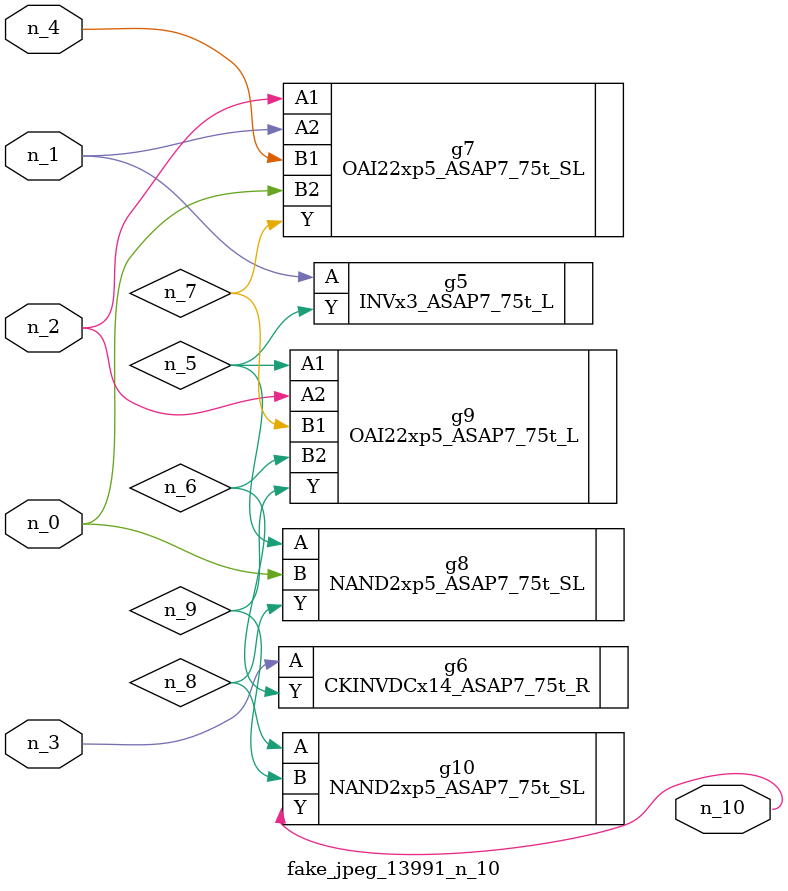
<source format=v>
module fake_jpeg_13991_n_10 (n_3, n_2, n_1, n_0, n_4, n_10);

input n_3;
input n_2;
input n_1;
input n_0;
input n_4;

output n_10;

wire n_8;
wire n_9;
wire n_6;
wire n_5;
wire n_7;

INVx3_ASAP7_75t_L g5 ( 
.A(n_1),
.Y(n_5)
);

CKINVDCx14_ASAP7_75t_R g6 ( 
.A(n_3),
.Y(n_6)
);

OAI22xp5_ASAP7_75t_SL g7 ( 
.A1(n_2),
.A2(n_1),
.B1(n_4),
.B2(n_0),
.Y(n_7)
);

NAND2xp5_ASAP7_75t_SL g8 ( 
.A(n_5),
.B(n_0),
.Y(n_8)
);

NAND2xp5_ASAP7_75t_SL g10 ( 
.A(n_8),
.B(n_9),
.Y(n_10)
);

OAI22xp5_ASAP7_75t_L g9 ( 
.A1(n_5),
.A2(n_2),
.B1(n_7),
.B2(n_6),
.Y(n_9)
);


endmodule
</source>
